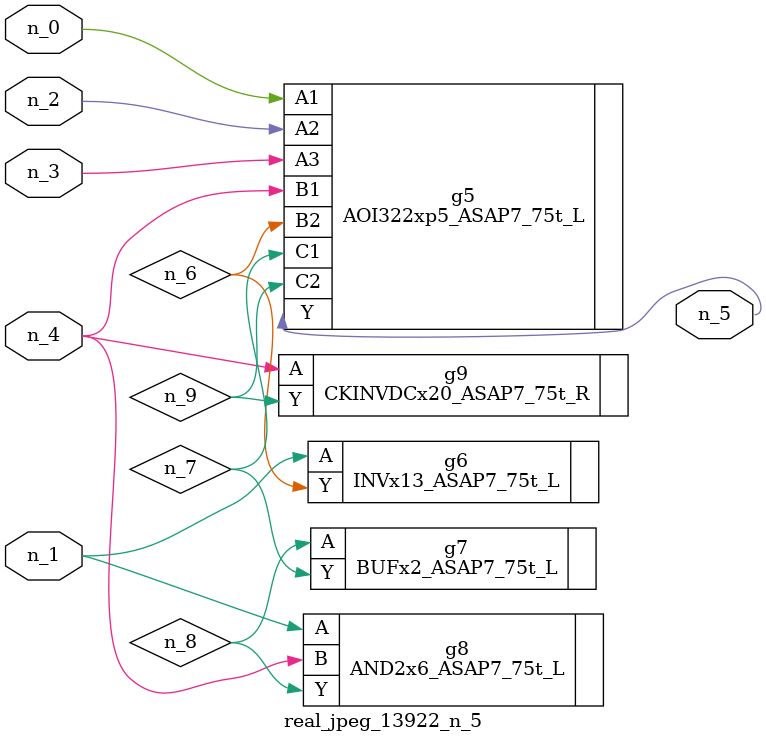
<source format=v>
module real_jpeg_13922_n_5 (n_4, n_0, n_1, n_2, n_3, n_5);

input n_4;
input n_0;
input n_1;
input n_2;
input n_3;

output n_5;

wire n_8;
wire n_6;
wire n_7;
wire n_9;

AOI322xp5_ASAP7_75t_L g5 ( 
.A1(n_0),
.A2(n_2),
.A3(n_3),
.B1(n_4),
.B2(n_6),
.C1(n_7),
.C2(n_9),
.Y(n_5)
);

INVx13_ASAP7_75t_L g6 ( 
.A(n_1),
.Y(n_6)
);

AND2x6_ASAP7_75t_L g8 ( 
.A(n_1),
.B(n_4),
.Y(n_8)
);

CKINVDCx20_ASAP7_75t_R g9 ( 
.A(n_4),
.Y(n_9)
);

BUFx2_ASAP7_75t_L g7 ( 
.A(n_8),
.Y(n_7)
);


endmodule
</source>
